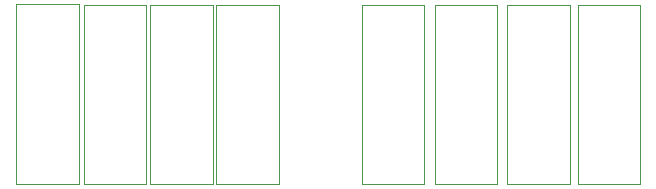
<source format=gbr>
G04 #@! TF.GenerationSoftware,KiCad,Pcbnew,(5.1.5)-3*
G04 #@! TF.CreationDate,2019-12-31T00:08:05-05:00*
G04 #@! TF.ProjectId,Multi_Expansion,4d756c74-695f-4457-9870-616e73696f6e,v2*
G04 #@! TF.SameCoordinates,Original*
G04 #@! TF.FileFunction,Other,ECO1*
%FSLAX46Y46*%
G04 Gerber Fmt 4.6, Leading zero omitted, Abs format (unit mm)*
G04 Created by KiCad (PCBNEW (5.1.5)-3) date 2019-12-31 00:08:05*
%MOMM*%
%LPD*%
G04 APERTURE LIST*
%ADD10C,0.050000*%
G04 APERTURE END LIST*
D10*
X126162600Y-151948600D02*
X120862600Y-151948600D01*
X126162600Y-136748600D02*
X126162600Y-151948600D01*
X120862600Y-136748600D02*
X126162600Y-136748600D01*
X120862600Y-151948600D02*
X120862600Y-136748600D01*
X108217600Y-151953600D02*
X102917600Y-151953600D01*
X108217600Y-136753600D02*
X108217600Y-151953600D01*
X102917600Y-136753600D02*
X108217600Y-136753600D01*
X102917600Y-151953600D02*
X102917600Y-136753600D01*
X144443100Y-151948600D02*
X139143100Y-151948600D01*
X144443100Y-136748600D02*
X144443100Y-151948600D01*
X139143100Y-136748600D02*
X144443100Y-136748600D01*
X139143100Y-151948600D02*
X139143100Y-136748600D01*
X138442600Y-151948600D02*
X133142600Y-151948600D01*
X138442600Y-136748600D02*
X138442600Y-151948600D01*
X133142600Y-136748600D02*
X138442600Y-136748600D01*
X133142600Y-151948600D02*
X133142600Y-136748600D01*
X132322600Y-151948600D02*
X127022600Y-151948600D01*
X132322600Y-136748600D02*
X132322600Y-151948600D01*
X127022600Y-136748600D02*
X132322600Y-136748600D01*
X127022600Y-151948600D02*
X127022600Y-136748600D01*
X113817600Y-151953600D02*
X108517600Y-151953600D01*
X113817600Y-136753600D02*
X113817600Y-151953600D01*
X108517600Y-136753600D02*
X113817600Y-136753600D01*
X108517600Y-151953600D02*
X108517600Y-136753600D01*
X102617600Y-151953600D02*
X97317600Y-151953600D01*
X102617600Y-136753600D02*
X102617600Y-151953600D01*
X97317600Y-136753600D02*
X102617600Y-136753600D01*
X97317600Y-151953600D02*
X97317600Y-136753600D01*
X96872600Y-151938600D02*
X91572600Y-151938600D01*
X96872600Y-136738600D02*
X96872600Y-151938600D01*
X91572600Y-136738600D02*
X96872600Y-136738600D01*
X91572600Y-151938600D02*
X91572600Y-136738600D01*
M02*

</source>
